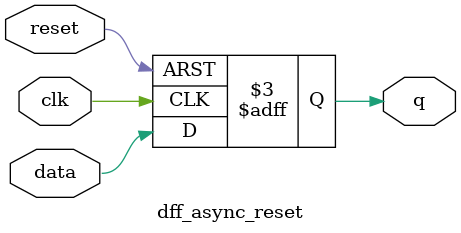
<source format=v>
module dff_async_reset (
data  , // Data Input
clk    , // Clock Input
reset , // Reset input 
q         // Q output
);
//-----------Input Ports---------------
input data, clk, reset ; 

//-----------Output Ports---------------
output q;

//------------Internal Variables--------
reg q;

//-------------Code Starts Here---------
always @ ( posedge clk or negedge reset)
if (~reset) begin
  q <= 1'b0;
end  else begin
  q <= data;
end

endmodule //End Of Module dff_async_reset
</source>
